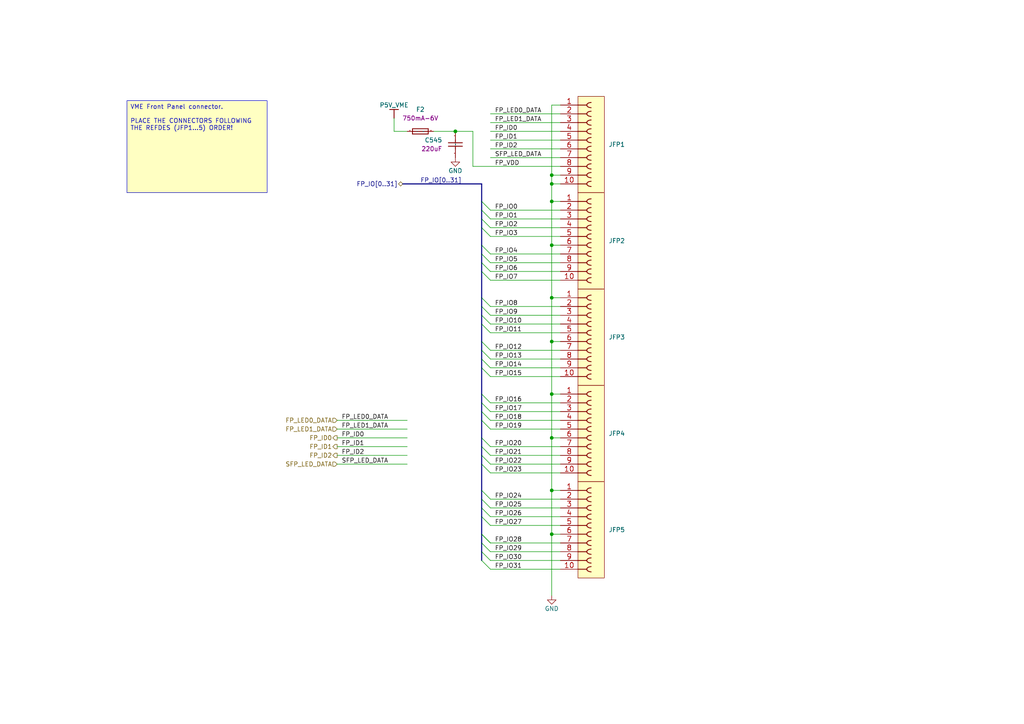
<source format=kicad_sch>
(kicad_sch (version 20250114) (generator "eeschema") (generator_version "9.0")
  (paper "A4")
  (lib_symbols
    (symbol "Capacitors SMD:CC1210_220UF_6.3V_20%_X5R" (pin_names (offset 1.27))
      (property "Reference" "C" (at 3.81 3.048 0))
      (property "Val" "220uF" (at 3.81 -3.048 0))
      (symbol "CC1210_220UF_6.3V_20%_X5R_0_1"
        (polyline (pts (xy 2.54 0) (xy 3.302 0)) (stroke (width 0.254)))
        (polyline (pts (xy 3.302 -2.032) (xy 3.302 2.032)) (stroke (width 0.254)))
        (polyline (pts (xy 4.318 2.032) (xy 4.318 -2.032)) (stroke (width 0.254)))
        (polyline (pts (xy 5.08 0) (xy 4.318 0)) (stroke (width 0.254)))
        (pin passive line (at 0 0 0) (length 2.54) (name "1") (number "1"))
        (pin passive line (at 7.62 0 180) (length 2.54) (name "2") (number "2"))
      )
    )
    (symbol "Fuses:FUSR_LITTELFUSE_0603L075SL" (pin_names (offset 1.27))
      (property "Reference" "F" (at 3.81 1.778 0))
      (property "Description" "750mA-6V" (at 3.81 -2.032 0))
      (symbol "FUSR_LITTELFUSE_0603L075SL_0_1"
        (polyline (pts (xy 1.524 0) (xy 6.096 0)) (stroke (width 0.254)))
        (polyline (pts (xy 1.524 -0.762) (xy 1.524 0.762) (xy 6.096 0.762)) (stroke (width 0.254)))
        (polyline (pts (xy 1.524 -0.762) (xy 6.096 -0.762) (xy 6.096 0.762)) (stroke (width 0.254)))
        (pin passive line (at 0 0 0) (length 1.524) (name "1") (number "1"))
        (pin passive line (at 7.62 0 180) (length 1.524) (name "2") (number "2"))
      )
    )
    (symbol "HARWIN:HARWIN_M22-6541042R" (pin_names (offset 1.27))
      (property "Reference" "J" (at 3.81 1.27 0))
      (symbol "HARWIN_M22-6541042R_0_1"
        (polyline (pts (xy 0 -2.54) (xy 2.54 -2.54)) (stroke (width 0.254)))
        (polyline (pts (xy 0 -5.08) (xy 2.54 -5.08)) (stroke (width 0.254)))
        (polyline (pts (xy 0 -7.62) (xy 2.54 -7.62)) (stroke (width 0.254)))
        (polyline (pts (xy 0 -10.16) (xy 2.54 -10.16)) (stroke (width 0.254)))
        (polyline (pts (xy 0 -12.7) (xy 2.54 -12.7)) (stroke (width 0.254)))
        (polyline (pts (xy 0 -15.24) (xy 2.54 -15.24)) (stroke (width 0.254)))
        (polyline (pts (xy 0 -17.78) (xy 2.54 -17.78)) (stroke (width 0.254)))
        (polyline (pts (xy 0 -20.32) (xy 2.54 -20.32)) (stroke (width 0.254)))
        (polyline (pts (xy 0 -22.86) (xy 2.54 -22.86)) (stroke (width 0.254)))
        (polyline (pts (xy 0 -25.4) (xy 2.54 -25.4)) (stroke (width 0.254)))
        (rectangle (start 0 -27.94) (end 7.62 0) (fill (type background)))
        (bezier (pts (xy 2.54 -2.54) (xy 2.54 -2.9464) (xy 3.1242 -3.302) (xy 3.81 -3.302)) (stroke (width 0.254)))
        (bezier (pts (xy 2.54 -5.08) (xy 2.54 -5.4864) (xy 3.1242 -5.842) (xy 3.81 -5.842)) (stroke (width 0.254)))
        (bezier (pts (xy 2.54 -7.62) (xy 2.54 -8.0264) (xy 3.1242 -8.382) (xy 3.81 -8.382)) (stroke (width 0.254)))
        (bezier (pts (xy 2.54 -10.16) (xy 2.54 -10.5664) (xy 3.1242 -10.922) (xy 3.81 -10.922)) (stroke (width 0.254)))
        (bezier (pts (xy 2.54 -12.7) (xy 2.54 -13.1064) (xy 3.1242 -13.462) (xy 3.81 -13.462)) (stroke (width 0.254)))
        (bezier (pts (xy 2.54 -15.24) (xy 2.54 -15.6464) (xy 3.1242 -16.002) (xy 3.81 -16.002)) (stroke (width 0.254)))
        (bezier (pts (xy 2.54 -17.78) (xy 2.54 -18.1864) (xy 3.1242 -18.542) (xy 3.81 -18.542)) (stroke (width 0.254)))
        (bezier (pts (xy 2.54 -20.32) (xy 2.54 -20.7264) (xy 3.1242 -21.082) (xy 3.81 -21.082)) (stroke (width 0.254)))
        (bezier (pts (xy 2.54 -22.86) (xy 2.54 -23.2664) (xy 3.1242 -23.622) (xy 3.81 -23.622)) (stroke (width 0.254)))
        (bezier (pts (xy 2.54 -25.4) (xy 2.54 -25.8064) (xy 3.1242 -26.162) (xy 3.81 -26.162)) (stroke (width 0.254)))
        (bezier (pts (xy 3.81 -1.778) (xy 3.1242 -1.778) (xy 2.54 -2.1336) (xy 2.54 -2.54)) (stroke (width 0.254)))
        (bezier (pts (xy 3.81 -4.318) (xy 3.1242 -4.318) (xy 2.54 -4.6736) (xy 2.54 -5.08)) (stroke (width 0.254)))
        (bezier (pts (xy 3.81 -6.858) (xy 3.1242 -6.858) (xy 2.54 -7.2136) (xy 2.54 -7.62)) (stroke (width 0.254)))
        (bezier (pts (xy 3.81 -9.398) (xy 3.1242 -9.398) (xy 2.54 -9.7536) (xy 2.54 -10.16)) (stroke (width 0.254)))
        (bezier (pts (xy 3.81 -11.938) (xy 3.1242 -11.938) (xy 2.54 -12.2936) (xy 2.54 -12.7)) (stroke (width 0.254)))
        (bezier (pts (xy 3.81 -14.478) (xy 3.1242 -14.478) (xy 2.54 -14.8336) (xy 2.54 -15.24)) (stroke (width 0.254)))
        (bezier (pts (xy 3.81 -17.018) (xy 3.1242 -17.018) (xy 2.54 -17.3736) (xy 2.54 -17.78)) (stroke (width 0.254)))
        (bezier (pts (xy 3.81 -19.558) (xy 3.1242 -19.558) (xy 2.54 -19.9136) (xy 2.54 -20.32)) (stroke (width 0.254)))
        (bezier (pts (xy 3.81 -22.098) (xy 3.1242 -22.098) (xy 2.54 -22.4536) (xy 2.54 -22.86)) (stroke (width 0.254)))
        (bezier (pts (xy 3.81 -24.638) (xy 3.1242 -24.638) (xy 2.54 -24.9936) (xy 2.54 -25.4)) (stroke (width 0.254)))
        (pin bidirectional line (at -5.08 -2.54 0) (length 5.08) (name "1") (number "1"))
        (pin bidirectional line (at -5.08 -5.08 0) (length 5.08) (name "2") (number "2"))
        (pin bidirectional line (at -5.08 -7.62 0) (length 5.08) (name "3") (number "3"))
        (pin bidirectional line (at -5.08 -10.16 0) (length 5.08) (name "4") (number "4"))
        (pin bidirectional line (at -5.08 -12.7 0) (length 5.08) (name "5") (number "5"))
        (pin bidirectional line (at -5.08 -15.24 0) (length 5.08) (name "6") (number "6"))
        (pin bidirectional line (at -5.08 -17.78 0) (length 5.08) (name "7") (number "7"))
        (pin bidirectional line (at -5.08 -20.32 0) (length 5.08) (name "8") (number "8"))
        (pin bidirectional line (at -5.08 -22.86 0) (length 5.08) (name "9") (number "9"))
        (pin bidirectional line (at -5.08 -25.4 0) (length 5.08) (name "10") (number "10"))
      )
      (symbol "HARWIN_M22-6541042R_0_2"
        (polyline (pts (xy 0 -2.54) (xy 1.524 -2.54)) (stroke (width 0.254)))
        (polyline (pts (xy 0 -5.08) (xy 1.524 -5.08)) (stroke (width 0.254)))
        (polyline (pts (xy 0 -7.62) (xy 1.524 -7.62)) (stroke (width 0.254)))
        (polyline (pts (xy 0 -10.16) (xy 1.524 -10.16)) (stroke (width 0.254)))
        (polyline (pts (xy 0 -12.7) (xy 1.524 -12.7)) (stroke (width 0.254)))
        (rectangle (start 0 -15.24) (end 7.62 0) (fill (type background)))
        (circle (center 2.286 -2.54) (radius 0.762) (stroke (width 0.254)))
        (circle (center 2.286 -2.54) (radius 0.762) (stroke (width 0.254)))
        (circle (center 2.286 -5.08) (radius 0.762) (stroke (width 0.254)))
        (circle (center 2.286 -5.08) (radius 0.762) (stroke (width 0.254)))
        (circle (center 2.286 -7.62) (radius 0.762) (stroke (width 0.254)))
        (circle (center 2.286 -7.62) (radius 0.762) (stroke (width 0.254)))
        (circle (center 2.286 -10.16) (radius 0.762) (stroke (width 0.254)))
        (circle (center 2.286 -10.16) (radius 0.762) (stroke (width 0.254)))
        (circle (center 2.286 -12.7) (radius 0.762) (stroke (width 0.254)))
        (circle (center 2.286 -12.7) (radius 0.762) (stroke (width 0.254)))
        (circle (center 5.334 -2.54) (radius 0.762) (stroke (width 0.254)))
        (circle (center 5.334 -5.08) (radius 0.762) (stroke (width 0.254)))
        (circle (center 5.334 -7.62) (radius 0.762) (stroke (width 0.254)))
        (circle (center 5.334 -10.16) (radius 0.762) (stroke (width 0.254)))
        (circle (center 5.334 -12.7) (radius 0.762) (stroke (width 0.254)))
        (polyline (pts (xy 7.62 -2.54) (xy 6.096 -2.54)) (stroke (width 0.254)))
        (polyline (pts (xy 7.62 -5.08) (xy 6.096 -5.08)) (stroke (width 0.254)))
        (polyline (pts (xy 7.62 -7.62) (xy 6.096 -7.62)) (stroke (width 0.254)))
        (polyline (pts (xy 7.62 -10.16) (xy 6.096 -10.16)) (stroke (width 0.254)))
        (polyline (pts (xy 7.62 -12.7) (xy 6.096 -12.7)) (stroke (width 0.254)))
        (pin bidirectional line (at -5.08 -2.54 0) (length 5.08) (name "1") (number "1"))
        (pin bidirectional line (at -5.08 -5.08 0) (length 5.08) (name "3") (number "3"))
        (pin bidirectional line (at -5.08 -7.62 0) (length 5.08) (name "5") (number "5"))
        (pin bidirectional line (at -5.08 -10.16 0) (length 5.08) (name "7") (number "7"))
        (pin bidirectional line (at -5.08 -12.7 0) (length 5.08) (name "9") (number "9"))
        (pin bidirectional line (at 12.7 -2.54 180) (length 5.08) (name "2") (number "2"))
        (pin bidirectional line (at 12.7 -5.08 180) (length 5.08) (name "4") (number "4"))
        (pin bidirectional line (at 12.7 -7.62 180) (length 5.08) (name "6") (number "6"))
        (pin bidirectional line (at 12.7 -10.16 180) (length 5.08) (name "8") (number "8"))
        (pin bidirectional line (at 12.7 -12.7 180) (length 5.08) (name "10") (number "10"))
      )
    )
    (symbol "power:GND" (power) (pin_names (offset 0))
      (property "Value" "GND" (at 0 -3.81 0))
      (symbol "GND_0_1"
        (polyline (pts (xy 0 0) (xy 0 -1.27) (xy 1.27 -1.27) (xy 0 -2.54) (xy -1.27 -1.27) (xy 0 -1.27)))
      )
      (symbol "GND_1_1"
        (pin power_in line (at 0 0 270) (length 0) (hide yes) (name "GND") (number "1"))
      )
    )
    (symbol "vme-wren:P3V3" (power)
      (property "Value" "P3V3" (at 0 -3.81 0))
      (symbol "P3V3_0_0"
        (polyline (pts (xy -1.27 -2.54) (xy 1.27 -2.54)) (stroke (width 0.254)))
        (polyline (pts (xy 0 0) (xy 0 -2.54)) (stroke (width 0.254)))
        (pin power_in line (at 0 0 0) (length 0) (hide yes) (name "P3V3") (number ""))
      )
    )
  )
  (text_box "VME Front Panel connector.\n\nPLACE THE CONNECTORS FOLLOWING THE REFDES (JFP1...5) ORDER!" (at 36.83 29.21 0) (size 40.64 26.67) (margins 0.9525 0.9525 0.9525 0.9525) (fill (type color) (color 255 255 194 1)) (effects (font (size 1.27 1.27)) (justify left top)))
  (junction (at 160.02 58.42))
  (junction (at 160.02 154.94))
  (junction (at 160.02 71.12))
  (junction (at 160.02 50.8))
  (junction (at 160.02 114.3))
  (junction (at 160.02 127))
  (junction (at 160.02 99.06))
  (junction (at 160.02 142.24))
  (junction (at 160.02 86.36))
  (junction (at 160.02 53.34))
  (junction (at 132.08 38.1))
  (bus_entry (at 139.7 144.78) (size 2.54 2.54))
  (bus_entry (at 139.7 162.56) (size 2.54 2.54))
  (bus_entry (at 139.7 132.08) (size 2.54 2.54))
  (bus_entry (at 139.7 114.3) (size 2.54 2.54))
  (bus_entry (at 139.7 129.54) (size 2.54 2.54))
  (bus_entry (at 139.7 147.32) (size 2.54 2.54))
  (bus_entry (at 139.7 101.6) (size 2.54 2.54))
  (bus_entry (at 139.7 76.2) (size 2.54 2.54))
  (bus_entry (at 139.7 78.74) (size 2.54 2.54))
  (bus_entry (at 139.7 121.92) (size 2.54 2.54))
  (bus_entry (at 139.7 88.9) (size 2.54 2.54))
  (bus_entry (at 139.7 93.98) (size 2.54 2.54))
  (bus_entry (at 139.7 142.24) (size 2.54 2.54))
  (bus_entry (at 139.7 119.38) (size 2.54 2.54))
  (bus_entry (at 139.7 91.44) (size 2.54 2.54))
  (bus_entry (at 139.7 104.14) (size 2.54 2.54))
  (bus_entry (at 139.7 134.62) (size 2.54 2.54))
  (bus_entry (at 139.7 99.06) (size 2.54 2.54))
  (bus_entry (at 139.7 73.66) (size 2.54 2.54))
  (bus_entry (at 139.7 157.48) (size 2.54 2.54))
  (bus_entry (at 139.7 58.42) (size 2.54 2.54))
  (bus_entry (at 139.7 60.96) (size 2.54 2.54))
  (bus_entry (at 139.7 71.12) (size 2.54 2.54))
  (bus_entry (at 139.7 86.36) (size 2.54 2.54))
  (bus_entry (at 139.7 154.94) (size 2.54 2.54))
  (bus_entry (at 139.7 63.5) (size 2.54 2.54))
  (bus_entry (at 139.7 160.02) (size 2.54 2.54))
  (bus_entry (at 139.7 149.86) (size 2.54 2.54))
  (bus_entry (at 139.7 106.68) (size 2.54 2.54))
  (bus_entry (at 139.7 116.84) (size 2.54 2.54))
  (bus_entry (at 139.7 127) (size 2.54 2.54))
  (bus_entry (at 139.7 154.94) (size 2.54 2.54))
  (bus_entry (at 139.7 66.04) (size 2.54 2.54))
  (wire (pts (xy 142.24 109.22) (xy 162.56 109.22)))
  (wire (pts (xy 160.02 58.42) (xy 160.02 71.12)))
  (bus (pts (xy 139.7 101.6) (xy 139.7 104.14)))
  (bus (pts (xy 139.7 134.62) (xy 139.7 142.24)))
  (wire (pts (xy 142.24 121.92) (xy 162.56 121.92)))
  (bus (pts (xy 139.7 104.14) (xy 139.7 106.68)))
  (wire (pts (xy 118.11 38.1) (xy 114.3 38.1)))
  (bus (pts (xy 139.7 157.48) (xy 139.7 160.02)))
  (wire (pts (xy 132.08 38.1) (xy 137.16 38.1)))
  (wire (pts (xy 142.24 43.18) (xy 162.56 43.18)))
  (wire (pts (xy 142.24 38.1) (xy 162.56 38.1)))
  (wire (pts (xy 142.24 96.52) (xy 162.56 96.52)))
  (wire (pts (xy 97.79 127) (xy 118.11 127)))
  (wire (pts (xy 97.79 134.62) (xy 118.11 134.62)))
  (bus (pts (xy 139.7 63.5) (xy 139.7 66.04)))
  (wire (pts (xy 142.24 134.62) (xy 162.56 134.62)))
  (bus (pts (xy 139.7 160.02) (xy 139.7 162.56)))
  (bus (pts (xy 139.7 106.68) (xy 139.7 114.3)))
  (wire (pts (xy 160.02 50.8) (xy 160.02 53.34)))
  (wire (pts (xy 97.79 132.08) (xy 118.11 132.08)))
  (wire (pts (xy 160.02 30.48) (xy 160.02 50.8)))
  (wire (pts (xy 142.24 76.2) (xy 162.56 76.2)))
  (bus (pts (xy 139.7 116.84) (xy 139.7 119.38)))
  (wire (pts (xy 160.02 154.94) (xy 162.56 154.94)))
  (wire (pts (xy 142.24 35.56) (xy 162.56 35.56)))
  (wire (pts (xy 142.24 132.08) (xy 162.56 132.08)))
  (bus (pts (xy 139.7 132.08) (xy 139.7 134.62)))
  (wire (pts (xy 160.02 142.24) (xy 162.56 142.24)))
  (wire (pts (xy 160.02 86.36) (xy 160.02 99.06)))
  (wire (pts (xy 97.79 129.54) (xy 118.11 129.54)))
  (wire (pts (xy 142.24 88.9) (xy 162.56 88.9)))
  (wire (pts (xy 160.02 99.06) (xy 160.02 114.3)))
  (wire (pts (xy 142.24 40.64) (xy 162.56 40.64)))
  (wire (pts (xy 142.24 124.46) (xy 162.56 124.46)))
  (wire (pts (xy 142.24 147.32) (xy 162.56 147.32)))
  (bus (pts (xy 139.7 91.44) (xy 139.7 93.98)))
  (wire (pts (xy 160.02 142.24) (xy 160.02 154.94)))
  (bus (pts (xy 139.7 66.04) (xy 139.7 71.12)))
  (wire (pts (xy 160.02 71.12) (xy 160.02 86.36)))
  (bus (pts (xy 116.84 53.34) (xy 139.7 53.34)))
  (wire (pts (xy 142.24 78.74) (xy 162.56 78.74)))
  (wire (pts (xy 142.24 149.86) (xy 162.56 149.86)))
  (bus (pts (xy 139.7 119.38) (xy 139.7 121.92)))
  (bus (pts (xy 139.7 78.74) (xy 139.7 86.36)))
  (bus (pts (xy 139.7 149.86) (xy 139.7 154.94)))
  (wire (pts (xy 160.02 71.12) (xy 162.56 71.12)))
  (wire (pts (xy 160.02 53.34) (xy 162.56 53.34)))
  (wire (pts (xy 160.02 53.34) (xy 160.02 58.42)))
  (wire (pts (xy 142.24 73.66) (xy 162.56 73.66)))
  (wire (pts (xy 142.24 33.02) (xy 162.56 33.02)))
  (wire (pts (xy 137.16 38.1) (xy 137.16 48.26)))
  (bus (pts (xy 139.7 127) (xy 139.7 129.54)))
  (bus (pts (xy 139.7 99.06) (xy 139.7 101.6)))
  (bus (pts (xy 139.7 144.78) (xy 139.7 147.32)))
  (bus (pts (xy 139.7 129.54) (xy 139.7 132.08)))
  (wire (pts (xy 142.24 116.84) (xy 162.56 116.84)))
  (bus (pts (xy 139.7 114.3) (xy 139.7 116.84)))
  (wire (pts (xy 142.24 93.98) (xy 162.56 93.98)))
  (wire (pts (xy 142.24 63.5) (xy 162.56 63.5)))
  (wire (pts (xy 160.02 114.3) (xy 160.02 127)))
  (bus (pts (xy 139.7 86.36) (xy 139.7 88.9)))
  (wire (pts (xy 142.24 68.58) (xy 162.56 68.58)))
  (wire (pts (xy 142.24 119.38) (xy 162.56 119.38)))
  (wire (pts (xy 137.16 48.26) (xy 162.56 48.26)))
  (wire (pts (xy 142.24 101.6) (xy 162.56 101.6)))
  (wire (pts (xy 160.02 172.72) (xy 160.02 154.94)))
  (wire (pts (xy 160.02 50.8) (xy 162.56 50.8)))
  (wire (pts (xy 125.73 38.1) (xy 132.08 38.1)))
  (bus (pts (xy 139.7 60.96) (xy 139.7 63.5)))
  (wire (pts (xy 142.24 45.72) (xy 162.56 45.72)))
  (wire (pts (xy 142.24 106.68) (xy 162.56 106.68)))
  (bus (pts (xy 139.7 121.92) (xy 139.7 127)))
  (bus (pts (xy 139.7 147.32) (xy 139.7 149.86)))
  (wire (pts (xy 142.24 104.14) (xy 162.56 104.14)))
  (wire (pts (xy 97.79 121.92) (xy 118.11 121.92)))
  (bus (pts (xy 139.7 73.66) (xy 139.7 76.2)))
  (wire (pts (xy 160.02 58.42) (xy 162.56 58.42)))
  (wire (pts (xy 142.24 60.96) (xy 162.56 60.96)))
  (wire (pts (xy 142.24 144.78) (xy 162.56 144.78)))
  (wire (pts (xy 142.24 81.28) (xy 162.56 81.28)))
  (wire (pts (xy 142.24 129.54) (xy 162.56 129.54)))
  (wire (pts (xy 160.02 127) (xy 160.02 142.24)))
  (bus (pts (xy 139.7 53.34) (xy 139.7 58.42)))
  (wire (pts (xy 160.02 114.3) (xy 162.56 114.3)))
  (wire (pts (xy 160.02 127) (xy 162.56 127)))
  (wire (pts (xy 142.24 165.1) (xy 162.56 165.1)))
  (wire (pts (xy 142.24 157.48) (xy 162.56 157.48)))
  (bus (pts (xy 139.7 88.9) (xy 139.7 91.44)))
  (wire (pts (xy 160.02 30.48) (xy 162.56 30.48)))
  (wire (pts (xy 160.02 99.06) (xy 162.56 99.06)))
  (wire (pts (xy 97.79 124.46) (xy 118.11 124.46)))
  (bus (pts (xy 139.7 58.42) (xy 139.7 60.96)))
  (bus (pts (xy 139.7 71.12) (xy 139.7 73.66)))
  (bus (pts (xy 139.7 142.24) (xy 139.7 144.78)))
  (bus (pts (xy 139.7 76.2) (xy 139.7 78.74)))
  (wire (pts (xy 142.24 91.44) (xy 162.56 91.44)))
  (bus (pts (xy 139.7 93.98) (xy 139.7 99.06)))
  (wire (pts (xy 142.24 162.56) (xy 162.56 162.56)))
  (wire (pts (xy 114.3 34.29) (xy 114.3 38.1)))
  (wire (pts (xy 142.24 66.04) (xy 162.56 66.04)))
  (wire (pts (xy 160.02 86.36) (xy 162.56 86.36)))
  (wire (pts (xy 142.24 152.4) (xy 162.56 152.4)))
  (bus (pts (xy 139.7 154.94) (xy 139.7 157.48)))
  (wire (pts (xy 142.24 137.16) (xy 162.56 137.16)))
  (wire (pts (xy 142.24 160.02) (xy 162.56 160.02)))
  (label "FP_IO7" (at 143.51 81.28 0))
  (label "FP_ID1" (at 99.06 129.54 0))
  (label "FP_LED0_DATA" (at 99.06 121.92 0))
  (label "FP_LED1_DATA" (at 143.51 35.56 0))
  (label "FP_IO13" (at 143.51 104.14 0))
  (label "FP_ID0" (at 143.51 38.1 0))
  (label "FP_IO22" (at 143.51 134.62 0))
  (label "FP_IO3" (at 143.51 68.58 0))
  (label "FP_IO8" (at 143.51 88.9 0))
  (label "FP_IO[0..31]" (at 121.92 53.34 0))
  (label "FP_IO28" (at 143.51 157.48 0))
  (label "FP_IO0" (at 143.51 60.96 0))
  (label "FP_IO21" (at 143.51 132.08 0))
  (label "FP_IO25" (at 143.51 147.32 0))
  (label "FP_IO29" (at 143.51 160.02 0))
  (label "FP_VDD" (at 143.51 48.26 0))
  (label "SFP_LED_DATA" (at 143.51 45.72 0))
  (label "FP_IO31" (at 143.51 165.1 0))
  (label "FP_LED1_DATA" (at 99.06 124.46 0))
  (label "FP_ID2" (at 99.06 132.08 0))
  (label "FP_IO14" (at 143.51 106.68 0))
  (label "FP_IO30" (at 143.51 162.56 0))
  (label "FP_ID1" (at 143.51 40.64 0))
  (label "FP_IO23" (at 143.51 137.16 0))
  (label "FP_IO16" (at 143.51 116.84 0))
  (label "FP_IO6" (at 143.51 78.74 0))
  (label "FP_LED0_DATA" (at 143.51 33.02 0))
  (label "FP_IO15" (at 143.51 109.22 0))
  (label "FP_IO19" (at 143.51 124.46 0))
  (label "FP_IO4" (at 143.51 73.66 0))
  (label "FP_ID0" (at 99.06 127 0))
  (label "FP_ID2" (at 143.51 43.18 0))
  (label "FP_IO10" (at 143.51 93.98 0))
  (label "FP_IO20" (at 143.51 129.54 0))
  (label "SFP_LED_DATA" (at 99.06 134.62 0))
  (label "FP_IO24" (at 143.51 144.78 0))
  (label "FP_IO12" (at 143.51 101.6 0))
  (label "FP_IO5" (at 143.51 76.2 0))
  (label "FP_IO1" (at 143.51 63.5 0))
  (label "FP_IO18" (at 143.51 121.92 0))
  (label "FP_IO26" (at 143.51 149.86 0))
  (label "FP_IO17" (at 143.51 119.38 0))
  (label "FP_IO9" (at 143.51 91.44 0))
  (label "FP_IO2" (at 143.51 66.04 0))
  (label "FP_IO27" (at 143.51 152.4 0))
  (label "FP_IO11" (at 143.51 96.52 0))
  (hierarchical_label "FP_LED0_DATA" (shape input) (at 97.79 121.92 180))
  (hierarchical_label "FP_IO[0..31]" (shape bidirectional) (at 116.84 53.34 180))
  (hierarchical_label "SFP_LED_DATA" (shape input) (at 97.79 134.62 180))
  (hierarchical_label "FP_ID1" (shape output) (at 97.79 129.54 180))
  (hierarchical_label "FP_ID2" (shape output) (at 97.79 132.08 180))
  (hierarchical_label "FP_LED1_DATA" (shape input) (at 97.79 124.46 180))
  (hierarchical_label "FP_ID0" (shape output) (at 97.79 127 180))
  (symbol (lib_id "HARWIN:HARWIN_M22-6541042R") (at 167.64 55.88 0) (unit 1)
    (property "Reference" "JFP2" (at 176.53 69.8499 0) (effects (justify left)))
    (property "Value" "HARWIN_M22-6541042R" (effects (hide yes)))
    (property "Footprint" "HARWIN SMD:HARWIN_M22-6541042R" (effects (hide yes)))
    (property "Description" "Socket 10" (effects (hide yes)))
    (property "Part Number" "HARWIN_M22-6541042R" (effects (hide yes)))
    (property "Library Ref" "Connector 10 Female" (effects (hide yes)))
    (property "Library Path" "SchLib\\Connectors.SchLib" (effects (hide yes)))
    (property "Comment" " " (effects (hide yes)))
    (property "Component Kind" "Standard" (effects (hide yes)))
    (property "Component Type" "Standard" (effects (hide yes)))
    (property "PackageDescription" " " (effects (hide yes)))
    (property "Pin Count" "10" (effects (hide yes)))
    (property "Case" " " (effects (hide yes)))
    (property "Footprint Path" "PcbLib\\HARWIN SMD.PcbLib" (effects (hide yes)))
    (property "Footprint Ref" "HARWIN_M22-6541042R" (effects (hide yes)))
    (property "Family" "Socket 10" (effects (hide yes)))
    (property "Mounted" "Yes" (effects (hide yes)))
    (property "Socket" "No" (effects (hide yes)))
    (property "SMD" "Yes" (effects (hide yes)))
    (property "PressFit" "No" (effects (hide yes)))
    (property "Sense" "No" (effects (hide yes)))
    (property "Sense Comment" " " (effects (hide yes)))
    (property "Status" "None" (effects (hide yes)))
    (property "Status Comment" " " (effects (hide yes)))
    (property "SCEM" " " (effects (hide yes)))
    (property "Device" " " (effects (hide yes)))
    (property "Part Description" "10 Contacts - Pitch 2mm - Single Row Horizontal SMD Mount" (effects (hide yes)))
    (property "Manufacturer" "HARWIN" (effects (hide yes)))
    (property "Manufacturer Part Number" "M22-6541042R" (effects (hide yes)))
    (property "ComponentHeight" "2.15mm" (effects (hide yes)))
    (property "ComponentLink1URL" " " (effects (hide yes)))
    (property "ComponentLink1Description" " " (effects (hide yes)))
    (property "ComponentLink2URL" " " (effects (hide yes)))
    (property "ComponentLink2Description" " " (effects (hide yes)))
    (property "Author" "CERN DEM HF" (effects (hide yes)))
    (property "CreateDate" "01/29/24 00:00:00" (effects (hide yes)))
    (property "LatestRevisionDate" "01/29/24 00:00:00" (effects (hide yes)))
    (property "Database Table Name" "Connectors" (effects (hide yes)))
    (property "Library Name" "HARWIN" (effects (hide yes)))
    (property "Footprint Library" "HARWIN SMD" (effects (hide yes)))
    (property "License" "This work is licensed under the Creative Commons CC-BY-SA 4.0 License. To the extent that circuit schematics that use Licensed Material can be considered to be ‘Adapted Material’, then the copyright holder waives article 3.b of the license with respect to these schematics." (effects (hide yes)))
  )
  (symbol (lib_id "Capacitors SMD:CC1210_220UF_6.3V_20%_X5R") (at 132.08 38.1 270) (unit 1)
    (property "Reference" "C545" (at 128.27 40.6399 90) (effects (justify right)))
    (property "Value" "CC1210_220UF_6.3V_20%_X5R" (effects (hide yes)))
    (property "Footprint" "Capacitors SMD:CAPC3225X280N" (effects (hide yes)))
    (property "SMD" "Yes" (effects (hide yes)))
    (property "Val" "220uF" (at 128.27 43.1799 90) (effects (justify right)))
    (property "Part Number" "CC1210_220UF_6.3V_20%_X5R" (effects (hide yes)))
    (property "Library Ref" "Capacitor - non polarized" (effects (hide yes)))
    (property "Library Path" "SchLib\\Capacitors.SchLib" (effects (hide yes)))
    (property "Comment" "220uF" (effects (hide yes)))
    (property "Component Kind" "Standard" (effects (hide yes)))
    (property "Component Type" "Standard" (effects (hide yes)))
    (property "Pin Count" "2" (effects (hide yes)))
    (property "Footprint Path" "PcbLib\\Capacitors SMD.PcbLib" (effects (hide yes)))
    (property "Footprint Ref" "CAPC3225X280N" (effects (hide yes)))
    (property "PackageDescription" " " (effects (hide yes)))
    (property "Status" "Preferred" (effects (hide yes)))
    (property "Status Comment" " " (effects (hide yes)))
    (property "Voltage" "6.3V" (effects (hide yes)))
    (property "Tolerance" "±20%" (effects (hide yes)))
    (property "Part Description" "SMD Multilayer Chip Ceramic Capacitor" (effects (hide yes)))
    (property "Manufacturer" "GENERIC" (effects (hide yes)))
    (property "Manufacturer Part Number" "CC1210_220UF_6.3V_20%_X5R" (effects (hide yes)))
    (property "Case" "1210" (effects (hide yes)))
    (property "Mounted" "Yes" (effects (hide yes)))
    (property "Socket" "No" (effects (hide yes)))
    (property "PressFit" " " (effects (hide yes)))
    (property "Sense" "No" (effects (hide yes)))
    (property "Sense Comment" " " (effects (hide yes)))
    (property "ComponentHeight" " " (effects (hide yes)))
    (property "Manufacturer1 Example" "MURATA" (effects (hide yes)))
    (property "Manufacturer1 Part Number" "GRM32ER60J227ME05L" (effects (hide yes)))
    (property "Manufacturer1 ComponentHeight" "2.8mm" (effects (hide yes)))
    (property "Author" "CERN DEM JLC" (effects (hide yes)))
    (property "CreateDate" "11/19/18 00:00:00" (effects (hide yes)))
    (property "LatestRevisionDate" "11/19/18 00:00:00" (effects (hide yes)))
    (property "Database Table Name" "Capacitors" (effects (hide yes)))
    (property "Library Name" "Capacitors SMD" (effects (hide yes)))
    (property "Footprint Library" "Capacitors SMD" (effects (hide yes)))
    (property "License" "CC-BY-SA 4.0" (effects (hide yes)))
  )
  (symbol (lib_id "HARWIN:HARWIN_M22-6541042R") (at 167.64 139.7 0) (unit 1)
    (property "Reference" "JFP5" (at 176.53 153.6699 0) (effects (justify left)))
    (property "Value" "HARWIN_M22-6541042R" (effects (hide yes)))
    (property "Footprint" "HARWIN SMD:HARWIN_M22-6541042R" (effects (hide yes)))
    (property "Description" "Socket 10" (effects (hide yes)))
    (property "Part Number" "HARWIN_M22-6541042R" (effects (hide yes)))
    (property "Library Ref" "Connector 10 Female" (effects (hide yes)))
    (property "Library Path" "SchLib\\Connectors.SchLib" (effects (hide yes)))
    (property "Comment" " " (effects (hide yes)))
    (property "Component Kind" "Standard" (effects (hide yes)))
    (property "Component Type" "Standard" (effects (hide yes)))
    (property "PackageDescription" " " (effects (hide yes)))
    (property "Pin Count" "10" (effects (hide yes)))
    (property "Case" " " (effects (hide yes)))
    (property "Footprint Path" "PcbLib\\HARWIN SMD.PcbLib" (effects (hide yes)))
    (property "Footprint Ref" "HARWIN_M22-6541042R" (effects (hide yes)))
    (property "Family" "Socket 10" (effects (hide yes)))
    (property "Mounted" "Yes" (effects (hide yes)))
    (property "Socket" "No" (effects (hide yes)))
    (property "SMD" "Yes" (effects (hide yes)))
    (property "PressFit" "No" (effects (hide yes)))
    (property "Sense" "No" (effects (hide yes)))
    (property "Sense Comment" " " (effects (hide yes)))
    (property "Status" "None" (effects (hide yes)))
    (property "Status Comment" " " (effects (hide yes)))
    (property "SCEM" " " (effects (hide yes)))
    (property "Device" " " (effects (hide yes)))
    (property "Part Description" "10 Contacts - Pitch 2mm - Single Row Horizontal SMD Mount" (effects (hide yes)))
    (property "Manufacturer" "HARWIN" (effects (hide yes)))
    (property "Manufacturer Part Number" "M22-6541042R" (effects (hide yes)))
    (property "ComponentHeight" "2.15mm" (effects (hide yes)))
    (property "ComponentLink1URL" " " (effects (hide yes)))
    (property "ComponentLink1Description" " " (effects (hide yes)))
    (property "ComponentLink2URL" " " (effects (hide yes)))
    (property "ComponentLink2Description" " " (effects (hide yes)))
    (property "Author" "CERN DEM HF" (effects (hide yes)))
    (property "CreateDate" "01/29/24 00:00:00" (effects (hide yes)))
    (property "LatestRevisionDate" "01/29/24 00:00:00" (effects (hide yes)))
    (property "Database Table Name" "Connectors" (effects (hide yes)))
    (property "Library Name" "HARWIN" (effects (hide yes)))
    (property "Footprint Library" "HARWIN SMD" (effects (hide yes)))
    (property "License" "This work is licensed under the Creative Commons CC-BY-SA 4.0 License. To the extent that circuit schematics that use Licensed Material can be considered to be ‘Adapted Material’, then the copyright holder waives article 3.b of the license with respect to these schematics." (effects (hide yes)))
  )
  (symbol (lib_id "power:GND") (at 160.02 172.72 0) (unit 1)
    (property "Reference" "#PWR0414" (effects (hide yes)))
    (property "Value" "GND" (at 160.02 176.53 0))
    (property "Description" "GROUND power-flag symbol" (effects (hide yes)))
  )
  (symbol (lib_id "vme-wren:P3V3") (at 114.3 34.29 180) (unit 1)
    (property "Reference" "#PWR0357" (effects (hide yes)))
    (property "Value" "P5V_VME" (at 114.3 30.48 0))
  )
  (symbol (lib_id "HARWIN:HARWIN_M22-6541042R") (at 167.64 27.94 0) (unit 1)
    (property "Reference" "JFP1" (at 176.53 41.9099 0) (effects (justify left)))
    (property "Value" "HARWIN_M22-6541042R" (effects (hide yes)))
    (property "Footprint" "HARWIN SMD:HARWIN_M22-6541042R" (effects (hide yes)))
    (property "Description" "Socket 10" (effects (hide yes)))
    (property "Part Number" "HARWIN_M22-6541042R" (effects (hide yes)))
    (property "Library Ref" "Connector 10 Female" (effects (hide yes)))
    (property "Library Path" "SchLib\\Connectors.SchLib" (effects (hide yes)))
    (property "Comment" " " (effects (hide yes)))
    (property "Component Kind" "Standard" (effects (hide yes)))
    (property "Component Type" "Standard" (effects (hide yes)))
    (property "PackageDescription" " " (effects (hide yes)))
    (property "Pin Count" "10" (effects (hide yes)))
    (property "Case" " " (effects (hide yes)))
    (property "Footprint Path" "PcbLib\\HARWIN SMD.PcbLib" (effects (hide yes)))
    (property "Footprint Ref" "HARWIN_M22-6541042R" (effects (hide yes)))
    (property "Family" "Socket 10" (effects (hide yes)))
    (property "Mounted" "Yes" (effects (hide yes)))
    (property "Socket" "No" (effects (hide yes)))
    (property "SMD" "Yes" (effects (hide yes)))
    (property "PressFit" "No" (effects (hide yes)))
    (property "Sense" "No" (effects (hide yes)))
    (property "Sense Comment" " " (effects (hide yes)))
    (property "Status" "None" (effects (hide yes)))
    (property "Status Comment" " " (effects (hide yes)))
    (property "SCEM" " " (effects (hide yes)))
    (property "Device" " " (effects (hide yes)))
    (property "Part Description" "10 Contacts - Pitch 2mm - Single Row Horizontal SMD Mount" (effects (hide yes)))
    (property "Manufacturer" "HARWIN" (effects (hide yes)))
    (property "Manufacturer Part Number" "M22-6541042R" (effects (hide yes)))
    (property "ComponentHeight" "2.15mm" (effects (hide yes)))
    (property "ComponentLink1URL" " " (effects (hide yes)))
    (property "ComponentLink1Description" " " (effects (hide yes)))
    (property "ComponentLink2URL" " " (effects (hide yes)))
    (property "ComponentLink2Description" " " (effects (hide yes)))
    (property "Author" "CERN DEM HF" (effects (hide yes)))
    (property "CreateDate" "01/29/24 00:00:00" (effects (hide yes)))
    (property "LatestRevisionDate" "01/29/24 00:00:00" (effects (hide yes)))
    (property "Database Table Name" "Connectors" (effects (hide yes)))
    (property "Library Name" "HARWIN" (effects (hide yes)))
    (property "Footprint Library" "HARWIN SMD" (effects (hide yes)))
    (property "License" "This work is licensed under the Creative Commons CC-BY-SA 4.0 License. To the extent that circuit schematics that use Licensed Material can be considered to be ‘Adapted Material’, then the copyright holder waives article 3.b of the license with respect to these schematics." (effects (hide yes)))
  )
  (symbol (lib_id "Fuses:FUSR_LITTELFUSE_0603L075SL") (at 118.11 38.1 0) (unit 1)
    (property "Reference" "F2" (at 121.92 31.75 0))
    (property "Value" "FUSR_LITTELFUSE_0603L075SL" (effects (hide yes)))
    (property "Footprint" "Fuses:FUSR_LITTELFUSE_0603L" (effects (hide yes)))
    (property "Description" "750mA-6V" (at 121.92 34.29 0))
    (property "Part Number" "FUSR_LITTELFUSE_0603L075SL" (effects (hide yes)))
    (property "Library Ref" "Fuse" (effects (hide yes)))
    (property "Library Path" "SchLib\\Fuses.SchLib" (effects (hide yes)))
    (property "Comment" "750mA-6V" (effects (hide yes)))
    (property "Component Kind" "Standard" (effects (hide yes)))
    (property "Component Type" "Standard" (effects (hide yes)))
    (property "Pin Count" "2" (effects (hide yes)))
    (property "Case" " " (effects (hide yes)))
    (property "Footprint Path" "PcbLib\\Fuses.PcbLib" (effects (hide yes)))
    (property "Footprint Ref" "FUSR_LITTELFUSE_0603L" (effects (hide yes)))
    (property "PackageDescription" "Surface Mount POLY-FUSE® Resettable PTC, Low Rho Series" (effects (hide yes)))
    (property "Family" "Fuses Resettable" (effects (hide yes)))
    (property "Mounted" "Yes" (effects (hide yes)))
    (property "Socket" "No" (effects (hide yes)))
    (property "SMD" "Yes" (effects (hide yes)))
    (property "PressFit" "No" (effects (hide yes)))
    (property "Sense" "No" (effects (hide yes)))
    (property "Sense Comment" " " (effects (hide yes)))
    (property "Status" " " (effects (hide yes)))
    (property "Status Comment" " " (effects (hide yes)))
    (property "SCEM" " " (effects (hide yes)))
    (property "Part Description" "POLYFUSE® Surface Mount Resettable PTC" (effects (hide yes)))
    (property "Manufacturer" "LITTELFUSE" (effects (hide yes)))
    (property "Manufacturer Part Number" "0603L075SL" (effects (hide yes)))
    (property "ComponentHeight" "0.75mm" (effects (hide yes)))
    (property "Manufacturer1 Example" " " (effects (hide yes)))
    (property "Manufacturer1 Part Number" " " (effects (hide yes)))
    (property "Manufacturer1 ComponentHeight" " " (effects (hide yes)))
    (property "ComponentLink1URL" " " (effects (hide yes)))
    (property "ComponentLink1Description" " " (effects (hide yes)))
    (property "ComponentLink2URL" " " (effects (hide yes)))
    (property "ComponentLink2Description" " " (effects (hide yes)))
    (property "Author" "CERN DEM BC" (effects (hide yes)))
    (property "CreateDate" "01/05/21 00:00:00" (effects (hide yes)))
    (property "LatestRevisionDate" "01/05/21 00:00:00" (effects (hide yes)))
    (property "Database Table Name" "Eletro-mechanical" (effects (hide yes)))
    (property "Library Name" "Fuses" (effects (hide yes)))
    (property "Footprint Library" "Fuses" (effects (hide yes)))
    (property "License" "CC-BY-SA 4.0" (effects (hide yes)))
  )
  (symbol (lib_id "HARWIN:HARWIN_M22-6541042R") (at 167.64 111.76 0) (unit 1)
    (property "Reference" "JFP4" (at 176.53 125.7299 0) (effects (justify left)))
    (property "Value" "HARWIN_M22-6541042R" (effects (hide yes)))
    (property "Footprint" "HARWIN SMD:HARWIN_M22-6541042R" (effects (hide yes)))
    (property "Description" "Socket 10" (effects (hide yes)))
    (property "Part Number" "HARWIN_M22-6541042R" (effects (hide yes)))
    (property "Library Ref" "Connector 10 Female" (effects (hide yes)))
    (property "Library Path" "SchLib\\Connectors.SchLib" (effects (hide yes)))
    (property "Comment" " " (effects (hide yes)))
    (property "Component Kind" "Standard" (effects (hide yes)))
    (property "Component Type" "Standard" (effects (hide yes)))
    (property "PackageDescription" " " (effects (hide yes)))
    (property "Pin Count" "10" (effects (hide yes)))
    (property "Case" " " (effects (hide yes)))
    (property "Footprint Path" "PcbLib\\HARWIN SMD.PcbLib" (effects (hide yes)))
    (property "Footprint Ref" "HARWIN_M22-6541042R" (effects (hide yes)))
    (property "Family" "Socket 10" (effects (hide yes)))
    (property "Mounted" "Yes" (effects (hide yes)))
    (property "Socket" "No" (effects (hide yes)))
    (property "SMD" "Yes" (effects (hide yes)))
    (property "PressFit" "No" (effects (hide yes)))
    (property "Sense" "No" (effects (hide yes)))
    (property "Sense Comment" " " (effects (hide yes)))
    (property "Status" "None" (effects (hide yes)))
    (property "Status Comment" " " (effects (hide yes)))
    (property "SCEM" " " (effects (hide yes)))
    (property "Device" " " (effects (hide yes)))
    (property "Part Description" "10 Contacts - Pitch 2mm - Single Row Horizontal SMD Mount" (effects (hide yes)))
    (property "Manufacturer" "HARWIN" (effects (hide yes)))
    (property "Manufacturer Part Number" "M22-6541042R" (effects (hide yes)))
    (property "ComponentHeight" "2.15mm" (effects (hide yes)))
    (property "ComponentLink1URL" " " (effects (hide yes)))
    (property "ComponentLink1Description" " " (effects (hide yes)))
    (property "ComponentLink2URL" " " (effects (hide yes)))
    (property "ComponentLink2Description" " " (effects (hide yes)))
    (property "Author" "CERN DEM HF" (effects (hide yes)))
    (property "CreateDate" "01/29/24 00:00:00" (effects (hide yes)))
    (property "LatestRevisionDate" "01/29/24 00:00:00" (effects (hide yes)))
    (property "Database Table Name" "Connectors" (effects (hide yes)))
    (property "Library Name" "HARWIN" (effects (hide yes)))
    (property "Footprint Library" "HARWIN SMD" (effects (hide yes)))
    (property "License" "This work is licensed under the Creative Commons CC-BY-SA 4.0 License. To the extent that circuit schematics that use Licensed Material can be considered to be ‘Adapted Material’, then the copyright holder waives article 3.b of the license with respect to these schematics." (effects (hide yes)))
  )
  (symbol (lib_id "power:GND") (at 132.08 45.72 0) (unit 1)
    (property "Reference" "#PWR0408" (effects (hide yes)))
    (property "Value" "GND" (at 132.08 49.53 0))
    (property "Description" "GROUND power-flag symbol" (effects (hide yes)))
  )
  (symbol (lib_id "HARWIN:HARWIN_M22-6541042R") (at 167.64 83.82 0) (unit 1)
    (property "Reference" "JFP3" (at 176.53 97.7899 0) (effects (justify left)))
    (property "Value" "HARWIN_M22-6541042R" (effects (hide yes)))
    (property "Footprint" "HARWIN SMD:HARWIN_M22-6541042R" (effects (hide yes)))
    (property "Description" "Socket 10" (effects (hide yes)))
    (property "Part Number" "HARWIN_M22-6541042R" (effects (hide yes)))
    (property "Library Ref" "Connector 10 Female" (effects (hide yes)))
    (property "Library Path" "SchLib\\Connectors.SchLib" (effects (hide yes)))
    (property "Comment" " " (effects (hide yes)))
    (property "Component Kind" "Standard" (effects (hide yes)))
    (property "Component Type" "Standard" (effects (hide yes)))
    (property "PackageDescription" " " (effects (hide yes)))
    (property "Pin Count" "10" (effects (hide yes)))
    (property "Case" " " (effects (hide yes)))
    (property "Footprint Path" "PcbLib\\HARWIN SMD.PcbLib" (effects (hide yes)))
    (property "Footprint Ref" "HARWIN_M22-6541042R" (effects (hide yes)))
    (property "Family" "Socket 10" (effects (hide yes)))
    (property "Mounted" "Yes" (effects (hide yes)))
    (property "Socket" "No" (effects (hide yes)))
    (property "SMD" "Yes" (effects (hide yes)))
    (property "PressFit" "No" (effects (hide yes)))
    (property "Sense" "No" (effects (hide yes)))
    (property "Sense Comment" " " (effects (hide yes)))
    (property "Status" "None" (effects (hide yes)))
    (property "Status Comment" " " (effects (hide yes)))
    (property "SCEM" " " (effects (hide yes)))
    (property "Device" " " (effects (hide yes)))
    (property "Part Description" "10 Contacts - Pitch 2mm - Single Row Horizontal SMD Mount" (effects (hide yes)))
    (property "Manufacturer" "HARWIN" (effects (hide yes)))
    (property "Manufacturer Part Number" "M22-6541042R" (effects (hide yes)))
    (property "ComponentHeight" "2.15mm" (effects (hide yes)))
    (property "ComponentLink1URL" " " (effects (hide yes)))
    (property "ComponentLink1Description" " " (effects (hide yes)))
    (property "ComponentLink2URL" " " (effects (hide yes)))
    (property "ComponentLink2Description" " " (effects (hide yes)))
    (property "Author" "CERN DEM HF" (effects (hide yes)))
    (property "CreateDate" "01/29/24 00:00:00" (effects (hide yes)))
    (property "LatestRevisionDate" "01/29/24 00:00:00" (effects (hide yes)))
    (property "Database Table Name" "Connectors" (effects (hide yes)))
    (property "Library Name" "HARWIN" (effects (hide yes)))
    (property "Footprint Library" "HARWIN SMD" (effects (hide yes)))
    (property "License" "This work is licensed under the Creative Commons CC-BY-SA 4.0 License. To the extent that circuit schematics that use Licensed Material can be considered to be ‘Adapted Material’, then the copyright holder waives article 3.b of the license with respect to these schematics." (effects (hide yes)))
  )
)
</source>
